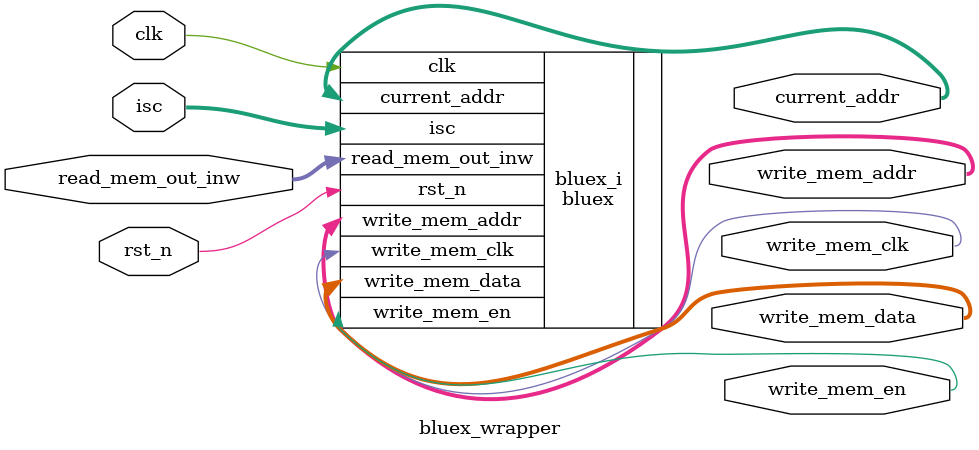
<source format=v>
`timescale 1 ps / 1 ps

module bluex_wrapper
   (clk,
    current_addr,
    isc,
    read_mem_out_inw,
    rst_n,
    write_mem_addr,
    write_mem_clk,
    write_mem_data,
    write_mem_en);
  input clk;
  output [15:0]current_addr;
  input [31:0]isc;
  input [31:0]read_mem_out_inw;
  input rst_n;
  output [15:0]write_mem_addr;
  output write_mem_clk;
  output [31:0]write_mem_data;
  output write_mem_en;

  wire clk;
  wire [15:0]current_addr;
  wire [31:0]isc;
  wire [31:0]read_mem_out_inw;
  wire rst_n;
  wire [15:0]write_mem_addr;
  wire write_mem_clk;
  wire [31:0]write_mem_data;
  wire write_mem_en;

  bluex bluex_i
       (.clk(clk),
        .current_addr(current_addr),
        .isc(isc),
        .read_mem_out_inw(read_mem_out_inw),
        .rst_n(rst_n),
        .write_mem_addr(write_mem_addr),
        .write_mem_clk(write_mem_clk),
        .write_mem_data(write_mem_data),
        .write_mem_en(write_mem_en));
endmodule

</source>
